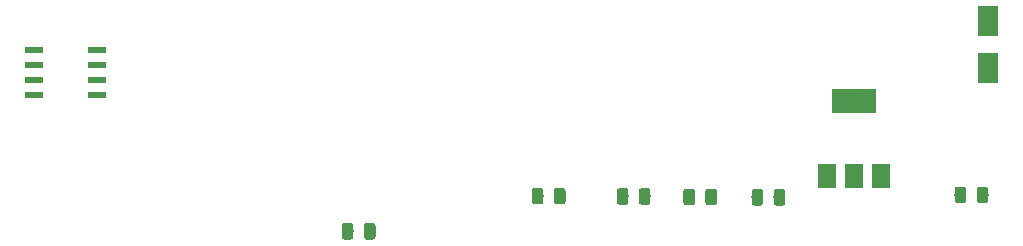
<source format=gbr>
G04 #@! TF.GenerationSoftware,KiCad,Pcbnew,(5.0.1)-3*
G04 #@! TF.CreationDate,2021-06-13T08:30:19+05:45*
G04 #@! TF.ProjectId,Logic-circuit,4C6F6769632D636972637569742E6B69,rev?*
G04 #@! TF.SameCoordinates,Original*
G04 #@! TF.FileFunction,Paste,Top*
G04 #@! TF.FilePolarity,Positive*
%FSLAX46Y46*%
G04 Gerber Fmt 4.6, Leading zero omitted, Abs format (unit mm)*
G04 Created by KiCad (PCBNEW (5.0.1)-3) date 6/13/2021 8:30:19 AM*
%MOMM*%
%LPD*%
G01*
G04 APERTURE LIST*
%ADD10C,0.100000*%
%ADD11C,0.975000*%
%ADD12R,1.550000X0.600000*%
%ADD13R,3.800000X2.000000*%
%ADD14R,1.500000X2.000000*%
%ADD15R,1.800000X2.500000*%
G04 APERTURE END LIST*
D10*
G04 #@! TO.C,R7*
G36*
X161235142Y-106981174D02*
X161258803Y-106984684D01*
X161282007Y-106990496D01*
X161304529Y-106998554D01*
X161326153Y-107008782D01*
X161346670Y-107021079D01*
X161365883Y-107035329D01*
X161383607Y-107051393D01*
X161399671Y-107069117D01*
X161413921Y-107088330D01*
X161426218Y-107108847D01*
X161436446Y-107130471D01*
X161444504Y-107152993D01*
X161450316Y-107176197D01*
X161453826Y-107199858D01*
X161455000Y-107223750D01*
X161455000Y-108136250D01*
X161453826Y-108160142D01*
X161450316Y-108183803D01*
X161444504Y-108207007D01*
X161436446Y-108229529D01*
X161426218Y-108251153D01*
X161413921Y-108271670D01*
X161399671Y-108290883D01*
X161383607Y-108308607D01*
X161365883Y-108324671D01*
X161346670Y-108338921D01*
X161326153Y-108351218D01*
X161304529Y-108361446D01*
X161282007Y-108369504D01*
X161258803Y-108375316D01*
X161235142Y-108378826D01*
X161211250Y-108380000D01*
X160723750Y-108380000D01*
X160699858Y-108378826D01*
X160676197Y-108375316D01*
X160652993Y-108369504D01*
X160630471Y-108361446D01*
X160608847Y-108351218D01*
X160588330Y-108338921D01*
X160569117Y-108324671D01*
X160551393Y-108308607D01*
X160535329Y-108290883D01*
X160521079Y-108271670D01*
X160508782Y-108251153D01*
X160498554Y-108229529D01*
X160490496Y-108207007D01*
X160484684Y-108183803D01*
X160481174Y-108160142D01*
X160480000Y-108136250D01*
X160480000Y-107223750D01*
X160481174Y-107199858D01*
X160484684Y-107176197D01*
X160490496Y-107152993D01*
X160498554Y-107130471D01*
X160508782Y-107108847D01*
X160521079Y-107088330D01*
X160535329Y-107069117D01*
X160551393Y-107051393D01*
X160569117Y-107035329D01*
X160588330Y-107021079D01*
X160608847Y-107008782D01*
X160630471Y-106998554D01*
X160652993Y-106990496D01*
X160676197Y-106984684D01*
X160699858Y-106981174D01*
X160723750Y-106980000D01*
X161211250Y-106980000D01*
X161235142Y-106981174D01*
X161235142Y-106981174D01*
G37*
D11*
X160967500Y-107680000D03*
D10*
G36*
X159360142Y-106981174D02*
X159383803Y-106984684D01*
X159407007Y-106990496D01*
X159429529Y-106998554D01*
X159451153Y-107008782D01*
X159471670Y-107021079D01*
X159490883Y-107035329D01*
X159508607Y-107051393D01*
X159524671Y-107069117D01*
X159538921Y-107088330D01*
X159551218Y-107108847D01*
X159561446Y-107130471D01*
X159569504Y-107152993D01*
X159575316Y-107176197D01*
X159578826Y-107199858D01*
X159580000Y-107223750D01*
X159580000Y-108136250D01*
X159578826Y-108160142D01*
X159575316Y-108183803D01*
X159569504Y-108207007D01*
X159561446Y-108229529D01*
X159551218Y-108251153D01*
X159538921Y-108271670D01*
X159524671Y-108290883D01*
X159508607Y-108308607D01*
X159490883Y-108324671D01*
X159471670Y-108338921D01*
X159451153Y-108351218D01*
X159429529Y-108361446D01*
X159407007Y-108369504D01*
X159383803Y-108375316D01*
X159360142Y-108378826D01*
X159336250Y-108380000D01*
X158848750Y-108380000D01*
X158824858Y-108378826D01*
X158801197Y-108375316D01*
X158777993Y-108369504D01*
X158755471Y-108361446D01*
X158733847Y-108351218D01*
X158713330Y-108338921D01*
X158694117Y-108324671D01*
X158676393Y-108308607D01*
X158660329Y-108290883D01*
X158646079Y-108271670D01*
X158633782Y-108251153D01*
X158623554Y-108229529D01*
X158615496Y-108207007D01*
X158609684Y-108183803D01*
X158606174Y-108160142D01*
X158605000Y-108136250D01*
X158605000Y-107223750D01*
X158606174Y-107199858D01*
X158609684Y-107176197D01*
X158615496Y-107152993D01*
X158623554Y-107130471D01*
X158633782Y-107108847D01*
X158646079Y-107088330D01*
X158660329Y-107069117D01*
X158676393Y-107051393D01*
X158694117Y-107035329D01*
X158713330Y-107021079D01*
X158733847Y-107008782D01*
X158755471Y-106998554D01*
X158777993Y-106990496D01*
X158801197Y-106984684D01*
X158824858Y-106981174D01*
X158848750Y-106980000D01*
X159336250Y-106980000D01*
X159360142Y-106981174D01*
X159360142Y-106981174D01*
G37*
D11*
X159092500Y-107680000D03*
G04 #@! TD*
D10*
G04 #@! TO.C,R8*
G36*
X153732142Y-106941174D02*
X153755803Y-106944684D01*
X153779007Y-106950496D01*
X153801529Y-106958554D01*
X153823153Y-106968782D01*
X153843670Y-106981079D01*
X153862883Y-106995329D01*
X153880607Y-107011393D01*
X153896671Y-107029117D01*
X153910921Y-107048330D01*
X153923218Y-107068847D01*
X153933446Y-107090471D01*
X153941504Y-107112993D01*
X153947316Y-107136197D01*
X153950826Y-107159858D01*
X153952000Y-107183750D01*
X153952000Y-108096250D01*
X153950826Y-108120142D01*
X153947316Y-108143803D01*
X153941504Y-108167007D01*
X153933446Y-108189529D01*
X153923218Y-108211153D01*
X153910921Y-108231670D01*
X153896671Y-108250883D01*
X153880607Y-108268607D01*
X153862883Y-108284671D01*
X153843670Y-108298921D01*
X153823153Y-108311218D01*
X153801529Y-108321446D01*
X153779007Y-108329504D01*
X153755803Y-108335316D01*
X153732142Y-108338826D01*
X153708250Y-108340000D01*
X153220750Y-108340000D01*
X153196858Y-108338826D01*
X153173197Y-108335316D01*
X153149993Y-108329504D01*
X153127471Y-108321446D01*
X153105847Y-108311218D01*
X153085330Y-108298921D01*
X153066117Y-108284671D01*
X153048393Y-108268607D01*
X153032329Y-108250883D01*
X153018079Y-108231670D01*
X153005782Y-108211153D01*
X152995554Y-108189529D01*
X152987496Y-108167007D01*
X152981684Y-108143803D01*
X152978174Y-108120142D01*
X152977000Y-108096250D01*
X152977000Y-107183750D01*
X152978174Y-107159858D01*
X152981684Y-107136197D01*
X152987496Y-107112993D01*
X152995554Y-107090471D01*
X153005782Y-107068847D01*
X153018079Y-107048330D01*
X153032329Y-107029117D01*
X153048393Y-107011393D01*
X153066117Y-106995329D01*
X153085330Y-106981079D01*
X153105847Y-106968782D01*
X153127471Y-106958554D01*
X153149993Y-106950496D01*
X153173197Y-106944684D01*
X153196858Y-106941174D01*
X153220750Y-106940000D01*
X153708250Y-106940000D01*
X153732142Y-106941174D01*
X153732142Y-106941174D01*
G37*
D11*
X153464500Y-107640000D03*
D10*
G36*
X155607142Y-106941174D02*
X155630803Y-106944684D01*
X155654007Y-106950496D01*
X155676529Y-106958554D01*
X155698153Y-106968782D01*
X155718670Y-106981079D01*
X155737883Y-106995329D01*
X155755607Y-107011393D01*
X155771671Y-107029117D01*
X155785921Y-107048330D01*
X155798218Y-107068847D01*
X155808446Y-107090471D01*
X155816504Y-107112993D01*
X155822316Y-107136197D01*
X155825826Y-107159858D01*
X155827000Y-107183750D01*
X155827000Y-108096250D01*
X155825826Y-108120142D01*
X155822316Y-108143803D01*
X155816504Y-108167007D01*
X155808446Y-108189529D01*
X155798218Y-108211153D01*
X155785921Y-108231670D01*
X155771671Y-108250883D01*
X155755607Y-108268607D01*
X155737883Y-108284671D01*
X155718670Y-108298921D01*
X155698153Y-108311218D01*
X155676529Y-108321446D01*
X155654007Y-108329504D01*
X155630803Y-108335316D01*
X155607142Y-108338826D01*
X155583250Y-108340000D01*
X155095750Y-108340000D01*
X155071858Y-108338826D01*
X155048197Y-108335316D01*
X155024993Y-108329504D01*
X155002471Y-108321446D01*
X154980847Y-108311218D01*
X154960330Y-108298921D01*
X154941117Y-108284671D01*
X154923393Y-108268607D01*
X154907329Y-108250883D01*
X154893079Y-108231670D01*
X154880782Y-108211153D01*
X154870554Y-108189529D01*
X154862496Y-108167007D01*
X154856684Y-108143803D01*
X154853174Y-108120142D01*
X154852000Y-108096250D01*
X154852000Y-107183750D01*
X154853174Y-107159858D01*
X154856684Y-107136197D01*
X154862496Y-107112993D01*
X154870554Y-107090471D01*
X154880782Y-107068847D01*
X154893079Y-107048330D01*
X154907329Y-107029117D01*
X154923393Y-107011393D01*
X154941117Y-106995329D01*
X154960330Y-106981079D01*
X154980847Y-106968782D01*
X155002471Y-106958554D01*
X155024993Y-106950496D01*
X155048197Y-106944684D01*
X155071858Y-106941174D01*
X155095750Y-106940000D01*
X155583250Y-106940000D01*
X155607142Y-106941174D01*
X155607142Y-106941174D01*
G37*
D11*
X155339500Y-107640000D03*
G04 #@! TD*
D10*
G04 #@! TO.C,R9*
G36*
X184205142Y-106801174D02*
X184228803Y-106804684D01*
X184252007Y-106810496D01*
X184274529Y-106818554D01*
X184296153Y-106828782D01*
X184316670Y-106841079D01*
X184335883Y-106855329D01*
X184353607Y-106871393D01*
X184369671Y-106889117D01*
X184383921Y-106908330D01*
X184396218Y-106928847D01*
X184406446Y-106950471D01*
X184414504Y-106972993D01*
X184420316Y-106996197D01*
X184423826Y-107019858D01*
X184425000Y-107043750D01*
X184425000Y-107956250D01*
X184423826Y-107980142D01*
X184420316Y-108003803D01*
X184414504Y-108027007D01*
X184406446Y-108049529D01*
X184396218Y-108071153D01*
X184383921Y-108091670D01*
X184369671Y-108110883D01*
X184353607Y-108128607D01*
X184335883Y-108144671D01*
X184316670Y-108158921D01*
X184296153Y-108171218D01*
X184274529Y-108181446D01*
X184252007Y-108189504D01*
X184228803Y-108195316D01*
X184205142Y-108198826D01*
X184181250Y-108200000D01*
X183693750Y-108200000D01*
X183669858Y-108198826D01*
X183646197Y-108195316D01*
X183622993Y-108189504D01*
X183600471Y-108181446D01*
X183578847Y-108171218D01*
X183558330Y-108158921D01*
X183539117Y-108144671D01*
X183521393Y-108128607D01*
X183505329Y-108110883D01*
X183491079Y-108091670D01*
X183478782Y-108071153D01*
X183468554Y-108049529D01*
X183460496Y-108027007D01*
X183454684Y-108003803D01*
X183451174Y-107980142D01*
X183450000Y-107956250D01*
X183450000Y-107043750D01*
X183451174Y-107019858D01*
X183454684Y-106996197D01*
X183460496Y-106972993D01*
X183468554Y-106950471D01*
X183478782Y-106928847D01*
X183491079Y-106908330D01*
X183505329Y-106889117D01*
X183521393Y-106871393D01*
X183539117Y-106855329D01*
X183558330Y-106841079D01*
X183578847Y-106828782D01*
X183600471Y-106818554D01*
X183622993Y-106810496D01*
X183646197Y-106804684D01*
X183669858Y-106801174D01*
X183693750Y-106800000D01*
X184181250Y-106800000D01*
X184205142Y-106801174D01*
X184205142Y-106801174D01*
G37*
D11*
X183937500Y-107500000D03*
D10*
G36*
X182330142Y-106801174D02*
X182353803Y-106804684D01*
X182377007Y-106810496D01*
X182399529Y-106818554D01*
X182421153Y-106828782D01*
X182441670Y-106841079D01*
X182460883Y-106855329D01*
X182478607Y-106871393D01*
X182494671Y-106889117D01*
X182508921Y-106908330D01*
X182521218Y-106928847D01*
X182531446Y-106950471D01*
X182539504Y-106972993D01*
X182545316Y-106996197D01*
X182548826Y-107019858D01*
X182550000Y-107043750D01*
X182550000Y-107956250D01*
X182548826Y-107980142D01*
X182545316Y-108003803D01*
X182539504Y-108027007D01*
X182531446Y-108049529D01*
X182521218Y-108071153D01*
X182508921Y-108091670D01*
X182494671Y-108110883D01*
X182478607Y-108128607D01*
X182460883Y-108144671D01*
X182441670Y-108158921D01*
X182421153Y-108171218D01*
X182399529Y-108181446D01*
X182377007Y-108189504D01*
X182353803Y-108195316D01*
X182330142Y-108198826D01*
X182306250Y-108200000D01*
X181818750Y-108200000D01*
X181794858Y-108198826D01*
X181771197Y-108195316D01*
X181747993Y-108189504D01*
X181725471Y-108181446D01*
X181703847Y-108171218D01*
X181683330Y-108158921D01*
X181664117Y-108144671D01*
X181646393Y-108128607D01*
X181630329Y-108110883D01*
X181616079Y-108091670D01*
X181603782Y-108071153D01*
X181593554Y-108049529D01*
X181585496Y-108027007D01*
X181579684Y-108003803D01*
X181576174Y-107980142D01*
X181575000Y-107956250D01*
X181575000Y-107043750D01*
X181576174Y-107019858D01*
X181579684Y-106996197D01*
X181585496Y-106972993D01*
X181593554Y-106950471D01*
X181603782Y-106928847D01*
X181616079Y-106908330D01*
X181630329Y-106889117D01*
X181646393Y-106871393D01*
X181664117Y-106855329D01*
X181683330Y-106841079D01*
X181703847Y-106828782D01*
X181725471Y-106818554D01*
X181747993Y-106810496D01*
X181771197Y-106804684D01*
X181794858Y-106801174D01*
X181818750Y-106800000D01*
X182306250Y-106800000D01*
X182330142Y-106801174D01*
X182330142Y-106801174D01*
G37*
D11*
X182062500Y-107500000D03*
G04 #@! TD*
D10*
G04 #@! TO.C,R10*
G36*
X167015142Y-107011174D02*
X167038803Y-107014684D01*
X167062007Y-107020496D01*
X167084529Y-107028554D01*
X167106153Y-107038782D01*
X167126670Y-107051079D01*
X167145883Y-107065329D01*
X167163607Y-107081393D01*
X167179671Y-107099117D01*
X167193921Y-107118330D01*
X167206218Y-107138847D01*
X167216446Y-107160471D01*
X167224504Y-107182993D01*
X167230316Y-107206197D01*
X167233826Y-107229858D01*
X167235000Y-107253750D01*
X167235000Y-108166250D01*
X167233826Y-108190142D01*
X167230316Y-108213803D01*
X167224504Y-108237007D01*
X167216446Y-108259529D01*
X167206218Y-108281153D01*
X167193921Y-108301670D01*
X167179671Y-108320883D01*
X167163607Y-108338607D01*
X167145883Y-108354671D01*
X167126670Y-108368921D01*
X167106153Y-108381218D01*
X167084529Y-108391446D01*
X167062007Y-108399504D01*
X167038803Y-108405316D01*
X167015142Y-108408826D01*
X166991250Y-108410000D01*
X166503750Y-108410000D01*
X166479858Y-108408826D01*
X166456197Y-108405316D01*
X166432993Y-108399504D01*
X166410471Y-108391446D01*
X166388847Y-108381218D01*
X166368330Y-108368921D01*
X166349117Y-108354671D01*
X166331393Y-108338607D01*
X166315329Y-108320883D01*
X166301079Y-108301670D01*
X166288782Y-108281153D01*
X166278554Y-108259529D01*
X166270496Y-108237007D01*
X166264684Y-108213803D01*
X166261174Y-108190142D01*
X166260000Y-108166250D01*
X166260000Y-107253750D01*
X166261174Y-107229858D01*
X166264684Y-107206197D01*
X166270496Y-107182993D01*
X166278554Y-107160471D01*
X166288782Y-107138847D01*
X166301079Y-107118330D01*
X166315329Y-107099117D01*
X166331393Y-107081393D01*
X166349117Y-107065329D01*
X166368330Y-107051079D01*
X166388847Y-107038782D01*
X166410471Y-107028554D01*
X166432993Y-107020496D01*
X166456197Y-107014684D01*
X166479858Y-107011174D01*
X166503750Y-107010000D01*
X166991250Y-107010000D01*
X167015142Y-107011174D01*
X167015142Y-107011174D01*
G37*
D11*
X166747500Y-107710000D03*
D10*
G36*
X165140142Y-107011174D02*
X165163803Y-107014684D01*
X165187007Y-107020496D01*
X165209529Y-107028554D01*
X165231153Y-107038782D01*
X165251670Y-107051079D01*
X165270883Y-107065329D01*
X165288607Y-107081393D01*
X165304671Y-107099117D01*
X165318921Y-107118330D01*
X165331218Y-107138847D01*
X165341446Y-107160471D01*
X165349504Y-107182993D01*
X165355316Y-107206197D01*
X165358826Y-107229858D01*
X165360000Y-107253750D01*
X165360000Y-108166250D01*
X165358826Y-108190142D01*
X165355316Y-108213803D01*
X165349504Y-108237007D01*
X165341446Y-108259529D01*
X165331218Y-108281153D01*
X165318921Y-108301670D01*
X165304671Y-108320883D01*
X165288607Y-108338607D01*
X165270883Y-108354671D01*
X165251670Y-108368921D01*
X165231153Y-108381218D01*
X165209529Y-108391446D01*
X165187007Y-108399504D01*
X165163803Y-108405316D01*
X165140142Y-108408826D01*
X165116250Y-108410000D01*
X164628750Y-108410000D01*
X164604858Y-108408826D01*
X164581197Y-108405316D01*
X164557993Y-108399504D01*
X164535471Y-108391446D01*
X164513847Y-108381218D01*
X164493330Y-108368921D01*
X164474117Y-108354671D01*
X164456393Y-108338607D01*
X164440329Y-108320883D01*
X164426079Y-108301670D01*
X164413782Y-108281153D01*
X164403554Y-108259529D01*
X164395496Y-108237007D01*
X164389684Y-108213803D01*
X164386174Y-108190142D01*
X164385000Y-108166250D01*
X164385000Y-107253750D01*
X164386174Y-107229858D01*
X164389684Y-107206197D01*
X164395496Y-107182993D01*
X164403554Y-107160471D01*
X164413782Y-107138847D01*
X164426079Y-107118330D01*
X164440329Y-107099117D01*
X164456393Y-107081393D01*
X164474117Y-107065329D01*
X164493330Y-107051079D01*
X164513847Y-107038782D01*
X164535471Y-107028554D01*
X164557993Y-107020496D01*
X164581197Y-107014684D01*
X164604858Y-107011174D01*
X164628750Y-107010000D01*
X165116250Y-107010000D01*
X165140142Y-107011174D01*
X165140142Y-107011174D01*
G37*
D11*
X164872500Y-107710000D03*
G04 #@! TD*
D10*
G04 #@! TO.C,R11*
G36*
X146538142Y-106921174D02*
X146561803Y-106924684D01*
X146585007Y-106930496D01*
X146607529Y-106938554D01*
X146629153Y-106948782D01*
X146649670Y-106961079D01*
X146668883Y-106975329D01*
X146686607Y-106991393D01*
X146702671Y-107009117D01*
X146716921Y-107028330D01*
X146729218Y-107048847D01*
X146739446Y-107070471D01*
X146747504Y-107092993D01*
X146753316Y-107116197D01*
X146756826Y-107139858D01*
X146758000Y-107163750D01*
X146758000Y-108076250D01*
X146756826Y-108100142D01*
X146753316Y-108123803D01*
X146747504Y-108147007D01*
X146739446Y-108169529D01*
X146729218Y-108191153D01*
X146716921Y-108211670D01*
X146702671Y-108230883D01*
X146686607Y-108248607D01*
X146668883Y-108264671D01*
X146649670Y-108278921D01*
X146629153Y-108291218D01*
X146607529Y-108301446D01*
X146585007Y-108309504D01*
X146561803Y-108315316D01*
X146538142Y-108318826D01*
X146514250Y-108320000D01*
X146026750Y-108320000D01*
X146002858Y-108318826D01*
X145979197Y-108315316D01*
X145955993Y-108309504D01*
X145933471Y-108301446D01*
X145911847Y-108291218D01*
X145891330Y-108278921D01*
X145872117Y-108264671D01*
X145854393Y-108248607D01*
X145838329Y-108230883D01*
X145824079Y-108211670D01*
X145811782Y-108191153D01*
X145801554Y-108169529D01*
X145793496Y-108147007D01*
X145787684Y-108123803D01*
X145784174Y-108100142D01*
X145783000Y-108076250D01*
X145783000Y-107163750D01*
X145784174Y-107139858D01*
X145787684Y-107116197D01*
X145793496Y-107092993D01*
X145801554Y-107070471D01*
X145811782Y-107048847D01*
X145824079Y-107028330D01*
X145838329Y-107009117D01*
X145854393Y-106991393D01*
X145872117Y-106975329D01*
X145891330Y-106961079D01*
X145911847Y-106948782D01*
X145933471Y-106938554D01*
X145955993Y-106930496D01*
X145979197Y-106924684D01*
X146002858Y-106921174D01*
X146026750Y-106920000D01*
X146514250Y-106920000D01*
X146538142Y-106921174D01*
X146538142Y-106921174D01*
G37*
D11*
X146270500Y-107620000D03*
D10*
G36*
X148413142Y-106921174D02*
X148436803Y-106924684D01*
X148460007Y-106930496D01*
X148482529Y-106938554D01*
X148504153Y-106948782D01*
X148524670Y-106961079D01*
X148543883Y-106975329D01*
X148561607Y-106991393D01*
X148577671Y-107009117D01*
X148591921Y-107028330D01*
X148604218Y-107048847D01*
X148614446Y-107070471D01*
X148622504Y-107092993D01*
X148628316Y-107116197D01*
X148631826Y-107139858D01*
X148633000Y-107163750D01*
X148633000Y-108076250D01*
X148631826Y-108100142D01*
X148628316Y-108123803D01*
X148622504Y-108147007D01*
X148614446Y-108169529D01*
X148604218Y-108191153D01*
X148591921Y-108211670D01*
X148577671Y-108230883D01*
X148561607Y-108248607D01*
X148543883Y-108264671D01*
X148524670Y-108278921D01*
X148504153Y-108291218D01*
X148482529Y-108301446D01*
X148460007Y-108309504D01*
X148436803Y-108315316D01*
X148413142Y-108318826D01*
X148389250Y-108320000D01*
X147901750Y-108320000D01*
X147877858Y-108318826D01*
X147854197Y-108315316D01*
X147830993Y-108309504D01*
X147808471Y-108301446D01*
X147786847Y-108291218D01*
X147766330Y-108278921D01*
X147747117Y-108264671D01*
X147729393Y-108248607D01*
X147713329Y-108230883D01*
X147699079Y-108211670D01*
X147686782Y-108191153D01*
X147676554Y-108169529D01*
X147668496Y-108147007D01*
X147662684Y-108123803D01*
X147659174Y-108100142D01*
X147658000Y-108076250D01*
X147658000Y-107163750D01*
X147659174Y-107139858D01*
X147662684Y-107116197D01*
X147668496Y-107092993D01*
X147676554Y-107070471D01*
X147686782Y-107048847D01*
X147699079Y-107028330D01*
X147713329Y-107009117D01*
X147729393Y-106991393D01*
X147747117Y-106975329D01*
X147766330Y-106961079D01*
X147786847Y-106948782D01*
X147808471Y-106938554D01*
X147830993Y-106930496D01*
X147854197Y-106924684D01*
X147877858Y-106921174D01*
X147901750Y-106920000D01*
X148389250Y-106920000D01*
X148413142Y-106921174D01*
X148413142Y-106921174D01*
G37*
D11*
X148145500Y-107620000D03*
G04 #@! TD*
D12*
G04 #@! TO.C,U3*
X103590000Y-95245000D03*
X103590000Y-96515000D03*
X103590000Y-97785000D03*
X103590000Y-99055000D03*
X108990000Y-99055000D03*
X108990000Y-97785000D03*
X108990000Y-96515000D03*
X108990000Y-95245000D03*
G04 #@! TD*
D13*
G04 #@! TO.C,U4*
X173030000Y-99590000D03*
D14*
X173030000Y-105890000D03*
X175330000Y-105890000D03*
X170730000Y-105890000D03*
G04 #@! TD*
D10*
G04 #@! TO.C,R12*
G36*
X132325142Y-109891174D02*
X132348803Y-109894684D01*
X132372007Y-109900496D01*
X132394529Y-109908554D01*
X132416153Y-109918782D01*
X132436670Y-109931079D01*
X132455883Y-109945329D01*
X132473607Y-109961393D01*
X132489671Y-109979117D01*
X132503921Y-109998330D01*
X132516218Y-110018847D01*
X132526446Y-110040471D01*
X132534504Y-110062993D01*
X132540316Y-110086197D01*
X132543826Y-110109858D01*
X132545000Y-110133750D01*
X132545000Y-111046250D01*
X132543826Y-111070142D01*
X132540316Y-111093803D01*
X132534504Y-111117007D01*
X132526446Y-111139529D01*
X132516218Y-111161153D01*
X132503921Y-111181670D01*
X132489671Y-111200883D01*
X132473607Y-111218607D01*
X132455883Y-111234671D01*
X132436670Y-111248921D01*
X132416153Y-111261218D01*
X132394529Y-111271446D01*
X132372007Y-111279504D01*
X132348803Y-111285316D01*
X132325142Y-111288826D01*
X132301250Y-111290000D01*
X131813750Y-111290000D01*
X131789858Y-111288826D01*
X131766197Y-111285316D01*
X131742993Y-111279504D01*
X131720471Y-111271446D01*
X131698847Y-111261218D01*
X131678330Y-111248921D01*
X131659117Y-111234671D01*
X131641393Y-111218607D01*
X131625329Y-111200883D01*
X131611079Y-111181670D01*
X131598782Y-111161153D01*
X131588554Y-111139529D01*
X131580496Y-111117007D01*
X131574684Y-111093803D01*
X131571174Y-111070142D01*
X131570000Y-111046250D01*
X131570000Y-110133750D01*
X131571174Y-110109858D01*
X131574684Y-110086197D01*
X131580496Y-110062993D01*
X131588554Y-110040471D01*
X131598782Y-110018847D01*
X131611079Y-109998330D01*
X131625329Y-109979117D01*
X131641393Y-109961393D01*
X131659117Y-109945329D01*
X131678330Y-109931079D01*
X131698847Y-109918782D01*
X131720471Y-109908554D01*
X131742993Y-109900496D01*
X131766197Y-109894684D01*
X131789858Y-109891174D01*
X131813750Y-109890000D01*
X132301250Y-109890000D01*
X132325142Y-109891174D01*
X132325142Y-109891174D01*
G37*
D11*
X132057500Y-110590000D03*
D10*
G36*
X130450142Y-109891174D02*
X130473803Y-109894684D01*
X130497007Y-109900496D01*
X130519529Y-109908554D01*
X130541153Y-109918782D01*
X130561670Y-109931079D01*
X130580883Y-109945329D01*
X130598607Y-109961393D01*
X130614671Y-109979117D01*
X130628921Y-109998330D01*
X130641218Y-110018847D01*
X130651446Y-110040471D01*
X130659504Y-110062993D01*
X130665316Y-110086197D01*
X130668826Y-110109858D01*
X130670000Y-110133750D01*
X130670000Y-111046250D01*
X130668826Y-111070142D01*
X130665316Y-111093803D01*
X130659504Y-111117007D01*
X130651446Y-111139529D01*
X130641218Y-111161153D01*
X130628921Y-111181670D01*
X130614671Y-111200883D01*
X130598607Y-111218607D01*
X130580883Y-111234671D01*
X130561670Y-111248921D01*
X130541153Y-111261218D01*
X130519529Y-111271446D01*
X130497007Y-111279504D01*
X130473803Y-111285316D01*
X130450142Y-111288826D01*
X130426250Y-111290000D01*
X129938750Y-111290000D01*
X129914858Y-111288826D01*
X129891197Y-111285316D01*
X129867993Y-111279504D01*
X129845471Y-111271446D01*
X129823847Y-111261218D01*
X129803330Y-111248921D01*
X129784117Y-111234671D01*
X129766393Y-111218607D01*
X129750329Y-111200883D01*
X129736079Y-111181670D01*
X129723782Y-111161153D01*
X129713554Y-111139529D01*
X129705496Y-111117007D01*
X129699684Y-111093803D01*
X129696174Y-111070142D01*
X129695000Y-111046250D01*
X129695000Y-110133750D01*
X129696174Y-110109858D01*
X129699684Y-110086197D01*
X129705496Y-110062993D01*
X129713554Y-110040471D01*
X129723782Y-110018847D01*
X129736079Y-109998330D01*
X129750329Y-109979117D01*
X129766393Y-109961393D01*
X129784117Y-109945329D01*
X129803330Y-109931079D01*
X129823847Y-109918782D01*
X129845471Y-109908554D01*
X129867993Y-109900496D01*
X129891197Y-109894684D01*
X129914858Y-109891174D01*
X129938750Y-109890000D01*
X130426250Y-109890000D01*
X130450142Y-109891174D01*
X130450142Y-109891174D01*
G37*
D11*
X130182500Y-110590000D03*
G04 #@! TD*
D15*
G04 #@! TO.C,D4*
X184390000Y-92760000D03*
X184390000Y-96760000D03*
G04 #@! TD*
M02*

</source>
